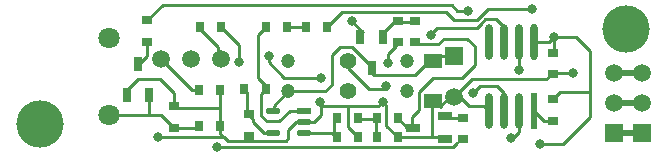
<source format=gbl>
%FSTAX24Y24*%
%MOIN*%
G70*
G01*
G75*
G04 Layer_Physical_Order=2*
G04 Layer_Color=16711680*
%ADD10O,0.0472X0.0217*%
%ADD11R,0.0472X0.0217*%
%ADD12R,0.0374X0.0315*%
%ADD13R,0.0630X0.0630*%
%ADD14R,0.0256X0.0472*%
%ADD15R,0.0472X0.0256*%
%ADD16R,0.0315X0.0374*%
%ADD17R,0.0492X0.0630*%
%ADD18R,0.0807X0.0886*%
G04:AMPARAMS|DCode=19|XSize=21.7mil|YSize=47.2mil|CornerRadius=0mil|HoleSize=0mil|Usage=FLASHONLY|Rotation=90.000|XOffset=0mil|YOffset=0mil|HoleType=Round|Shape=Octagon|*
%AMOCTAGOND19*
4,1,8,-0.0236,-0.0054,-0.0236,0.0054,-0.0182,0.0108,0.0182,0.0108,0.0236,0.0054,0.0236,-0.0054,0.0182,-0.0108,-0.0182,-0.0108,-0.0236,-0.0054,0.0*
%
%ADD19OCTAGOND19*%

%ADD20C,0.0100*%
%ADD21C,0.0709*%
%ADD22C,0.1575*%
%ADD23C,0.0591*%
%ADD24C,0.0472*%
%ADD25C,0.0551*%
%ADD26R,0.0591X0.0591*%
%ADD27C,0.0320*%
%ADD28O,0.0236X0.1200*%
%ADD29R,0.0236X0.1200*%
%ADD30O,0.0236X0.1204*%
%ADD31R,0.0630X0.0492*%
%ADD32C,0.0200*%
D10*
X237744Y14281D02*
D03*
Y142062D02*
D03*
X238778Y142436D02*
D03*
Y142062D02*
D03*
D11*
Y14281D02*
D03*
D12*
X247081Y14248D02*
D03*
Y143188D02*
D03*
X247081Y144044D02*
D03*
Y144753D02*
D03*
X233575Y145116D02*
D03*
Y145824D02*
D03*
X236944Y141979D02*
D03*
Y142688D02*
D03*
X24249Y145096D02*
D03*
Y145804D02*
D03*
X241936Y145092D02*
D03*
Y1458D02*
D03*
X234455Y142954D02*
D03*
Y142246D02*
D03*
X244081Y141866D02*
D03*
Y142574D02*
D03*
D14*
X241046Y144223D02*
D03*
X240672Y145268D02*
D03*
X24142D02*
D03*
X233255Y144379D02*
D03*
X233629Y143334D02*
D03*
X232881D02*
D03*
D15*
X242433Y14225D02*
D03*
X243478Y142624D02*
D03*
Y141876D02*
D03*
D16*
X238233Y1456D02*
D03*
X237524D02*
D03*
X238843D02*
D03*
X239552D02*
D03*
X236806Y143523D02*
D03*
X237515D02*
D03*
X24192Y141926D02*
D03*
X241212D02*
D03*
X24059D02*
D03*
X239882D02*
D03*
X241934Y142558D02*
D03*
X241225D02*
D03*
X2406Y142566D02*
D03*
X239892D02*
D03*
X236009Y1423D02*
D03*
X235301D02*
D03*
X235301Y1435D02*
D03*
X236009D02*
D03*
X236019Y145619D02*
D03*
X23531D02*
D03*
D20*
X247081Y143188D02*
X247328Y143434D01*
X243533Y146114D02*
X243806Y145841D01*
X244545D01*
X240066Y146114D02*
X243533D01*
X243213Y14556D02*
X244552D01*
X244685Y145694D01*
X24095Y143533D02*
X24156D01*
X24025Y144232D02*
X24095Y143533D01*
X24025Y144232D02*
Y144456D01*
X246423Y14621D02*
Y146229D01*
X241415Y143113D02*
X241427D01*
X241258Y142955D02*
X241415Y143113D01*
X239365Y142922D02*
X239398Y142955D01*
X243135Y144645D02*
X2438D01*
X244237Y145216D02*
X244493Y14496D01*
X238332Y142814D02*
X238815D01*
X238233Y1456D02*
X238843D01*
X245694Y141899D02*
X245743D01*
X245954Y142109D01*
Y142806D01*
X243053Y1454D02*
X243213Y14556D01*
X244842Y145856D02*
X245191D01*
X245454Y145594D01*
X244685Y145694D02*
Y145699D01*
X244842Y145856D01*
X245454Y145106D02*
Y145594D01*
X232101Y142489D02*
X232288Y142676D01*
X245454Y142806D02*
Y143409D01*
X23531Y145551D02*
X23591Y144951D01*
X23531Y145551D02*
Y145619D01*
X241186Y141928D02*
Y142647D01*
X238815Y142066D02*
X239729D01*
X239867Y141928D01*
X245954Y14408D02*
Y145106D01*
X246454Y142806D02*
X24678Y14248D01*
X247081D01*
X247328Y143434D02*
X248324D01*
X246668Y141701D02*
X246669Y141702D01*
X246972Y145106D02*
X247131Y145265D01*
X246454Y145106D02*
X246972D01*
X238272Y142172D02*
X23854Y14244D01*
X23914D02*
X239365Y142665D01*
Y142922D01*
X237613Y144437D02*
Y144645D01*
Y144437D02*
X238133Y143917D01*
X239355D01*
X23725Y145325D02*
X237524Y1456D01*
X23725Y1439D02*
Y145325D01*
Y1439D02*
X237515Y143635D01*
Y143523D02*
Y143635D01*
X236629Y144438D02*
Y145009D01*
X236019Y145619D02*
X236629Y145009D01*
X24145Y14545D02*
X24175Y14575D01*
X241915D02*
X241922Y145757D01*
X242543D01*
X243899Y146151D02*
X244267D01*
X244545Y145841D02*
X244914Y14621D01*
X244046Y143896D02*
X244493Y144343D01*
Y14496D01*
X23778Y142814D02*
Y142974D01*
X238263Y143456D01*
X239995Y14495D02*
X240394D01*
X243445Y145216D02*
X244237D01*
X240369Y145767D02*
X240408D01*
X240752Y145423D01*
X241536Y143557D02*
X24156Y143533D01*
X241536Y143557D02*
Y143646D01*
X244436Y143356D02*
Y143416D01*
X237356Y142644D02*
Y143364D01*
X237515Y143523D01*
X243637Y143267D02*
X2438D01*
X244436Y143416D02*
X244656Y143636D01*
X245226D01*
X245454Y143409D01*
X2438Y143267D02*
X244389Y143856D01*
X246873D01*
X243725Y146325D02*
X243899Y146151D01*
X239552Y1456D02*
X240066Y146114D01*
X241806Y14503D02*
X241874Y145098D01*
X241806Y144956D02*
Y14503D01*
X241589Y144689D02*
X241856Y144956D01*
X241589Y144409D02*
Y144689D01*
X24064Y142526D02*
X241307D01*
X241186Y142647D02*
X241307Y142526D01*
X2406Y142566D02*
X24064Y142526D01*
X239806Y14248D02*
X239892Y142566D01*
X239806Y141989D02*
Y14248D01*
Y141989D02*
X239867Y141928D01*
X237356Y142644D02*
X237544Y142456D01*
X237973D01*
X238332Y142814D01*
X236806Y143523D02*
X236906Y143423D01*
Y142716D02*
Y143423D01*
Y142716D02*
X237091Y142531D01*
Y142441D02*
Y142531D01*
Y142441D02*
X237466Y142066D01*
X23778D01*
X239726Y144681D02*
X239995Y14495D01*
X238263Y143456D02*
X239496D01*
X239726Y143686D01*
Y144681D01*
X23591Y144641D02*
Y144951D01*
Y144641D02*
X236031Y14452D01*
X241096Y144D02*
X24249D01*
X241427Y143113D02*
X241533Y143007D01*
Y142314D02*
Y143007D01*
Y142314D02*
X24192Y141926D01*
X240255Y142261D02*
X24059Y141926D01*
X239398Y142955D02*
X240255D01*
X241258D01*
X240255Y142261D02*
Y142955D01*
X238176Y141804D02*
X238272Y1419D01*
Y142172D01*
X236655Y141806D02*
X236657Y141804D01*
X233575Y145824D02*
X234076Y146325D01*
X243725D01*
X233575Y144632D02*
Y145116D01*
X233275Y144332D02*
X233575Y144632D01*
X234041Y14452D02*
X235061Y1435D01*
X235301D01*
X236009D02*
X236009Y1435D01*
Y1423D02*
Y1429D01*
Y1435D01*
X234509Y1429D02*
X236009D01*
X234455Y142954D02*
X234509Y1429D01*
X233998Y143857D02*
X234455Y1434D01*
Y142954D02*
Y1434D01*
X235221Y14222D02*
X235301Y1423D01*
X236009Y142046D02*
Y1423D01*
X236249Y141806D02*
X236655D01*
X242242Y14225D02*
X242433D01*
X241934Y142558D02*
X242242Y14225D01*
X243428Y141926D02*
X243478Y141876D01*
X243075Y141936D02*
Y142941D01*
X243065Y141926D02*
X243075Y141936D01*
X24192Y141926D02*
X243065D01*
X243428D01*
X243319Y142949D02*
X243637Y143267D01*
X24264Y143429D02*
X243107Y143896D01*
X244046D01*
X242395Y142288D02*
Y142595D01*
Y142288D02*
X242433Y14225D01*
X242395Y142595D02*
X24264Y14284D01*
Y143429D01*
X247761Y144064D02*
X247767D01*
X24743Y141701D02*
X248324Y142595D01*
Y143434D01*
X247131Y144773D02*
Y145265D01*
X248324Y143434D02*
Y144795D01*
X247131Y145265D02*
X247854D01*
X248324Y144795D01*
X241096Y144D02*
Y144248D01*
X240394Y14495D02*
X241096Y144248D01*
X24249Y144D02*
X243135Y144645D01*
X246668Y141701D02*
X24743D01*
X234024Y142676D02*
X234455Y142246D01*
X232288Y142676D02*
X233649D01*
X234024D01*
X233629Y142696D02*
Y143334D01*
Y142696D02*
X233649Y142676D01*
X234455Y14222D02*
X235221D01*
X236126Y141929D02*
X236249Y141806D01*
X233913Y141929D02*
X236126D01*
X236009Y142046D02*
X236126Y141929D01*
X235881Y141587D02*
X243765D01*
X250054Y144077D02*
X250054Y144078D01*
X244914Y14621D02*
X246423D01*
X249139Y143077D02*
X249139Y143078D01*
X249139Y142077D02*
X249139Y142078D01*
X232901Y14351D02*
X233248Y143857D01*
X233998D01*
X243765Y141587D02*
X243905Y141727D01*
X24249Y145096D02*
X242561Y145024D01*
X243254D02*
X243445Y145216D01*
X242561Y145024D02*
X243254D01*
X2438Y143267D02*
X244004D01*
X244301Y14297D01*
X244789D01*
X244954Y142806D01*
X236657Y141804D02*
X238176D01*
X23854Y14244D02*
X23914D01*
X232901Y143288D02*
Y14351D01*
X243075Y142941D02*
X243255Y143121D01*
X246873Y143856D02*
X247081Y144064D01*
X247761D01*
X243478Y142624D02*
X243527Y142574D01*
X244081D01*
D21*
X232288Y145235D02*
D03*
Y142676D02*
D03*
D22*
X229976Y142381D02*
D03*
X249532Y145531D02*
D03*
D23*
X236031Y14452D02*
D03*
X234041D02*
D03*
X235036D02*
D03*
X2438Y143267D02*
D03*
X250054Y144078D02*
D03*
Y143078D02*
D03*
X249139Y143077D02*
D03*
Y144077D02*
D03*
D24*
X238263Y143456D02*
D03*
Y144456D02*
D03*
X242229Y143456D02*
D03*
Y144456D02*
D03*
D25*
X24025Y144456D02*
D03*
Y143456D02*
D03*
D26*
X2438Y144645D02*
D03*
X250054Y142078D02*
D03*
X249139Y142077D02*
D03*
D27*
X241589Y144409D02*
D03*
X244267Y146151D02*
D03*
X241427Y143113D02*
D03*
X245694Y141899D02*
D03*
X237613Y144645D02*
D03*
X239355Y143917D02*
D03*
X236629Y144438D02*
D03*
X246669Y141702D02*
D03*
X247131Y145265D02*
D03*
X243016Y145334D02*
D03*
X240409Y145797D02*
D03*
X241536Y143646D02*
D03*
X244436Y143416D02*
D03*
X239316Y143106D02*
D03*
X245954Y144166D02*
D03*
X246406Y146206D02*
D03*
X247761Y144064D02*
D03*
X233913Y141929D02*
D03*
X235881Y141587D02*
D03*
D28*
X245454Y145106D02*
D03*
X245954D02*
D03*
X244954Y142806D02*
D03*
X245454D02*
D03*
X245954D02*
D03*
X244954Y145106D02*
D03*
D29*
X246454Y142806D02*
D03*
D30*
Y145106D02*
D03*
D31*
X243105Y143121D02*
D03*
Y144479D02*
D03*
D32*
X249139Y144077D02*
X250054D01*
X249139Y143078D02*
X250054D01*
X249139Y142078D02*
X250054D01*
M02*

</source>
